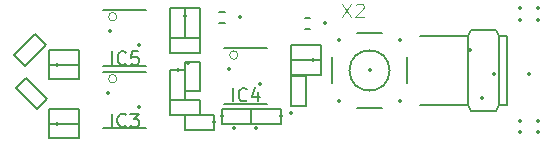
<source format=gbr>
%TF.GenerationSoftware,KiCad,Pcbnew,6.0.0-rc1-unknown-fbdb2bd91f~144~ubuntu20.04.1*%
%TF.CreationDate,2021-12-08T11:49:30+07:00*%
%TF.ProjectId,diff-probe,64696666-2d70-4726-9f62-652e6b696361,rev?*%
%TF.SameCoordinates,Original*%
%TF.FileFunction,Legend,Top*%
%TF.FilePolarity,Positive*%
%FSLAX46Y46*%
G04 Gerber Fmt 4.6, Leading zero omitted, Abs format (unit mm)*
G04 Created by KiCad (PCBNEW 6.0.0-rc1-unknown-fbdb2bd91f~144~ubuntu20.04.1) date 2021-12-08 11:49:30*
%MOMM*%
%LPD*%
G01*
G04 APERTURE LIST*
%ADD10C,0.127000*%
%ADD11C,0.101600*%
%ADD12C,0.200000*%
%ADD13C,0.152400*%
%ADD14C,0.050800*%
%ADD15C,0.350000*%
G04 APERTURE END LIST*
D10*
%TO.C,IC3*%
X135914692Y-102795571D02*
X135914692Y-101652571D01*
X137112121Y-102686714D02*
X137057692Y-102741142D01*
X136894407Y-102795571D01*
X136785550Y-102795571D01*
X136622264Y-102741142D01*
X136513407Y-102632285D01*
X136458978Y-102523428D01*
X136404550Y-102305714D01*
X136404550Y-102142428D01*
X136458978Y-101924714D01*
X136513407Y-101815857D01*
X136622264Y-101707000D01*
X136785550Y-101652571D01*
X136894407Y-101652571D01*
X137057692Y-101707000D01*
X137112121Y-101761428D01*
X137493121Y-101652571D02*
X138200692Y-101652571D01*
X137819692Y-102088000D01*
X137982978Y-102088000D01*
X138091835Y-102142428D01*
X138146264Y-102196857D01*
X138200692Y-102305714D01*
X138200692Y-102577857D01*
X138146264Y-102686714D01*
X138091835Y-102741142D01*
X137982978Y-102795571D01*
X137656407Y-102795571D01*
X137547550Y-102741142D01*
X137493121Y-102686714D01*
%TO.C,IC5*%
X135934692Y-97535571D02*
X135934692Y-96392571D01*
X137132121Y-97426714D02*
X137077692Y-97481142D01*
X136914407Y-97535571D01*
X136805550Y-97535571D01*
X136642264Y-97481142D01*
X136533407Y-97372285D01*
X136478978Y-97263428D01*
X136424550Y-97045714D01*
X136424550Y-96882428D01*
X136478978Y-96664714D01*
X136533407Y-96555857D01*
X136642264Y-96447000D01*
X136805550Y-96392571D01*
X136914407Y-96392571D01*
X137077692Y-96447000D01*
X137132121Y-96501428D01*
X138166264Y-96392571D02*
X137621978Y-96392571D01*
X137567550Y-96936857D01*
X137621978Y-96882428D01*
X137730835Y-96828000D01*
X138002978Y-96828000D01*
X138111835Y-96882428D01*
X138166264Y-96936857D01*
X138220692Y-97045714D01*
X138220692Y-97317857D01*
X138166264Y-97426714D01*
X138111835Y-97481142D01*
X138002978Y-97535571D01*
X137730835Y-97535571D01*
X137621978Y-97481142D01*
X137567550Y-97426714D01*
D11*
%TO.C,X2*%
X155444054Y-92334561D02*
X156222987Y-93502961D01*
X156222987Y-92334561D02*
X155444054Y-93502961D01*
X156612454Y-92445838D02*
X156668092Y-92390200D01*
X156779368Y-92334561D01*
X157057559Y-92334561D01*
X157168835Y-92390200D01*
X157224473Y-92445838D01*
X157280111Y-92557114D01*
X157280111Y-92668390D01*
X157224473Y-92835304D01*
X156556816Y-93502961D01*
X157280111Y-93502961D01*
D10*
%TO.C,IC4*%
X146174692Y-100625571D02*
X146174692Y-99482571D01*
X147372121Y-100516714D02*
X147317692Y-100571142D01*
X147154407Y-100625571D01*
X147045550Y-100625571D01*
X146882264Y-100571142D01*
X146773407Y-100462285D01*
X146718978Y-100353428D01*
X146664550Y-100135714D01*
X146664550Y-99972428D01*
X146718978Y-99754714D01*
X146773407Y-99645857D01*
X146882264Y-99537000D01*
X147045550Y-99482571D01*
X147154407Y-99482571D01*
X147317692Y-99537000D01*
X147372121Y-99591428D01*
X148351835Y-99863571D02*
X148351835Y-100625571D01*
X148079692Y-99428142D02*
X147807550Y-100244571D01*
X148515121Y-100244571D01*
D12*
%TO.C,R28*%
X130333883Y-95830000D02*
X129450000Y-94946117D01*
X128566116Y-97597767D02*
X130333883Y-95830000D01*
X129450000Y-94946117D02*
X127682233Y-96713884D01*
X127682233Y-96713884D02*
X128566116Y-97597767D01*
%TO.C,C19*%
X133126100Y-96253600D02*
X130626100Y-96253600D01*
X130626100Y-97503600D02*
X133126100Y-97503600D01*
X133126100Y-97503600D02*
X133126100Y-96253600D01*
X130626100Y-96253600D02*
X130626100Y-97503600D01*
%TO.C,C20*%
X130626100Y-97503600D02*
X130626100Y-98753600D01*
X130626100Y-98753600D02*
X133126100Y-98753600D01*
X133126100Y-97503600D02*
X130626100Y-97503600D01*
X133126100Y-98753600D02*
X133126100Y-97503600D01*
%TO.C,C24*%
X150251100Y-102503600D02*
X150251100Y-101253600D01*
X147751100Y-101253600D02*
X147751100Y-102503600D01*
X147751100Y-102503600D02*
X150251100Y-102503600D01*
X150251100Y-101253600D02*
X147751100Y-101253600D01*
%TO.C,R20*%
X129561942Y-101285825D02*
X130445825Y-100401942D01*
X130445825Y-100401942D02*
X128678058Y-98634175D01*
X127794175Y-99518058D02*
X129561942Y-101285825D01*
X128678058Y-98634175D02*
X127794175Y-99518058D01*
D13*
%TO.C,IC3*%
X135198100Y-102865600D02*
X138804100Y-102865600D01*
X138804100Y-98141600D02*
X135198100Y-98141600D01*
D14*
X136366100Y-98700200D02*
G75*
G03*
X136366100Y-98700200I-355600J0D01*
G01*
D12*
%TO.C,R26*%
X144626100Y-101753600D02*
X142126100Y-101753600D01*
X142126100Y-101753600D02*
X142126100Y-103003600D01*
X142126100Y-103003600D02*
X144626100Y-103003600D01*
X144626100Y-103003600D02*
X144626100Y-101753600D01*
%TO.C,R30*%
X151126100Y-98503600D02*
X151126100Y-101003600D01*
X152376100Y-98503600D02*
X151126100Y-98503600D01*
X151126100Y-101003600D02*
X152376100Y-101003600D01*
X152376100Y-101003600D02*
X152376100Y-98503600D01*
%TO.C,C22*%
X130626100Y-102503600D02*
X130626100Y-103753600D01*
X133126100Y-102503600D02*
X130626100Y-102503600D01*
X130626100Y-103753600D02*
X133126100Y-103753600D01*
X133126100Y-103753600D02*
X133126100Y-102503600D01*
%TO.C,C18*%
X153626100Y-97128600D02*
X151126100Y-97128600D01*
X153626100Y-98378600D02*
X153626100Y-97128600D01*
X151126100Y-98378600D02*
X153626100Y-98378600D01*
X151126100Y-97128600D02*
X151126100Y-98378600D01*
%TO.C,C17*%
X153626100Y-97128600D02*
X153626100Y-95878600D01*
X153626100Y-95878600D02*
X151126100Y-95878600D01*
X151126100Y-97128600D02*
X153626100Y-97128600D01*
X151126100Y-95878600D02*
X151126100Y-97128600D01*
%TO.C,C16*%
X140876100Y-100503600D02*
X142126100Y-100503600D01*
X142126100Y-100503600D02*
X142126100Y-98003600D01*
X142126100Y-98003600D02*
X140876100Y-98003600D01*
X140876100Y-98003600D02*
X140876100Y-100503600D01*
%TO.C,R22*%
X140876100Y-101753600D02*
X143376100Y-101753600D01*
X140876100Y-100503600D02*
X140876100Y-101753600D01*
X143376100Y-101753600D02*
X143376100Y-100503600D01*
X143376100Y-100503600D02*
X140876100Y-100503600D01*
%TO.C,C21*%
X133126100Y-102503600D02*
X133126100Y-101253600D01*
X130626100Y-102503600D02*
X133126100Y-102503600D01*
X130626100Y-101253600D02*
X130626100Y-102503600D01*
X133126100Y-101253600D02*
X130626100Y-101253600D01*
%TO.C,C13*%
X140876100Y-95253600D02*
X142126100Y-95253600D01*
X142126100Y-92753600D02*
X140876100Y-92753600D01*
X142126100Y-95253600D02*
X142126100Y-92753600D01*
X140876100Y-92753600D02*
X140876100Y-95253600D01*
D14*
%TO.C,IC5*%
X136366100Y-93450200D02*
G75*
G03*
X136366100Y-93450200I-355600J0D01*
G01*
D13*
X138804100Y-92891600D02*
X135198100Y-92891600D01*
X135198100Y-97615600D02*
X138804100Y-97615600D01*
D12*
%TO.C,C14*%
X142126100Y-92753600D02*
X142126100Y-95253600D01*
X142126100Y-95253600D02*
X143376100Y-95253600D01*
X143376100Y-92753600D02*
X142126100Y-92753600D01*
X143376100Y-95253600D02*
X143376100Y-92753600D01*
%TO.C,X2*%
X166051100Y-100903600D02*
X166051100Y-95103600D01*
X166051100Y-100903600D02*
X166351100Y-101403600D01*
X166351100Y-94603600D02*
X168451100Y-94603600D01*
X166351100Y-101403600D02*
X168451100Y-101403600D01*
X162051100Y-95103600D02*
X166051100Y-95103600D01*
X160951100Y-96903600D02*
X160951100Y-99103600D01*
X168751100Y-95103600D02*
X169351100Y-95103600D01*
X158851100Y-101203600D02*
X156651100Y-101203600D01*
X162051100Y-100903600D02*
X166051100Y-100903600D01*
X166051100Y-95103600D02*
X166351100Y-94603600D01*
X168451100Y-101403600D02*
X168751100Y-100903600D01*
X154551100Y-99103600D02*
X154551100Y-96903600D01*
X169351100Y-100903600D02*
X169351100Y-95103600D01*
X168751100Y-100903600D02*
X169351100Y-100903600D01*
X168451100Y-94603600D02*
X168751100Y-95103600D01*
X168751100Y-100903600D02*
X168751100Y-95103600D01*
X156651100Y-94803600D02*
X158851100Y-94803600D01*
X159451100Y-98003600D02*
G75*
G03*
X159451100Y-98003600I-1700000J0D01*
G01*
%TO.C,C54*%
X145501100Y-93053600D02*
X145001100Y-93053600D01*
X145501100Y-93953600D02*
X145001100Y-93953600D01*
%TO.C,C52*%
X152251100Y-94453600D02*
X152751100Y-94453600D01*
X152251100Y-93553600D02*
X152751100Y-93553600D01*
D13*
%TO.C,IC4*%
X145448100Y-100865600D02*
X149054100Y-100865600D01*
X149054100Y-96141600D02*
X145448100Y-96141600D01*
D14*
X146616100Y-96700200D02*
G75*
G03*
X146616100Y-96700200I-355600J0D01*
G01*
D12*
%TO.C,C15*%
X142126100Y-97253600D02*
X142126100Y-99753600D01*
X143376100Y-99753600D02*
X143376100Y-97253600D01*
X143376100Y-97253600D02*
X142126100Y-97253600D01*
X142126100Y-99753600D02*
X143376100Y-99753600D01*
%TO.C,C23*%
X145251100Y-102503600D02*
X147751100Y-102503600D01*
X147751100Y-101253600D02*
X145251100Y-101253600D01*
X147751100Y-102503600D02*
X147751100Y-101253600D01*
X145251100Y-101253600D02*
X145251100Y-102503600D01*
%TO.C,R32*%
X140876100Y-96503600D02*
X143376100Y-96503600D01*
X143376100Y-96503600D02*
X143376100Y-95253600D01*
X143376100Y-95253600D02*
X140876100Y-95253600D01*
X140876100Y-95253600D02*
X140876100Y-96503600D01*
%TD*%
D15*
X135626100Y-99878600D03*
X172001100Y-93753600D03*
X170501100Y-103253600D03*
X172001100Y-102253600D03*
X145251100Y-101878600D03*
X170501100Y-93753600D03*
X172001100Y-103253600D03*
X131251100Y-97503600D03*
X170501100Y-92753600D03*
X150251100Y-101878600D03*
X172001100Y-92753600D03*
X154001100Y-94003600D03*
X170501100Y-102253600D03*
X131251100Y-102503600D03*
X153001100Y-97128600D03*
X144626100Y-102378600D03*
X151126100Y-101628600D03*
X142376100Y-97378600D03*
X146751100Y-93503600D03*
X142126100Y-93378600D03*
X141501100Y-98003600D03*
X146251100Y-102878600D03*
X148126100Y-102878600D03*
X166251100Y-96303600D03*
X167251100Y-100303600D03*
X138251100Y-101128600D03*
X145876100Y-97878600D03*
X148501100Y-99128600D03*
X135751100Y-94628600D03*
X138251100Y-95878600D03*
X157751100Y-98003600D03*
X155201200Y-95453700D03*
X160301000Y-95453700D03*
X160301000Y-100553500D03*
X155201200Y-100553500D03*
X171251100Y-98303600D03*
X168251100Y-98303600D03*
M02*

</source>
